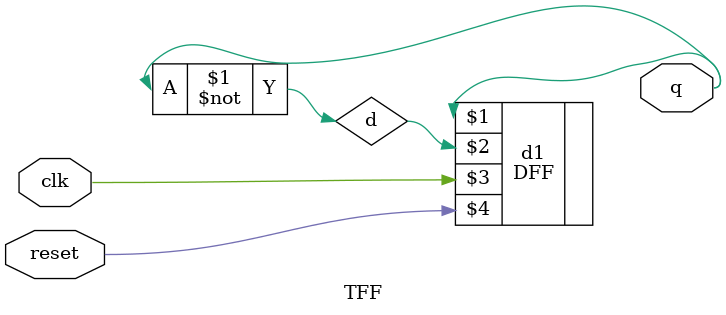
<source format=v>
`include "../FF/DFF.v"

module TFF(q, clk, reset);
  input clk, reset;
  output q;

  DFF d1(q, d, clk, reset);
  not n1(d, q);

endmodule

</source>
